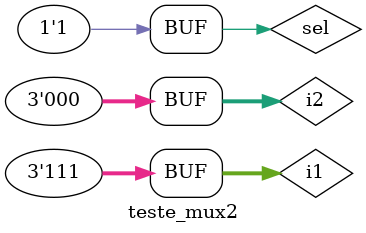
<source format=v>

module teste_mux2;
	reg [2:0] i1, i2;
	reg sel;
	wire [2:0] out;
	
	initial begin
	i1 = 3'b111;
	i2 = 3'b000;
	#1 sel = 0;
	#1 sel = 1;
	
	end
	initial begin
	$monitor("Time=%0t sel=%0b i1=%0b i2=%0b out=%0b",
	$time, sel, i1, i2, out);
	end
	
	MUX_3bits teste(i1, i2, sel, out);
	
	endmodule
	
</source>
